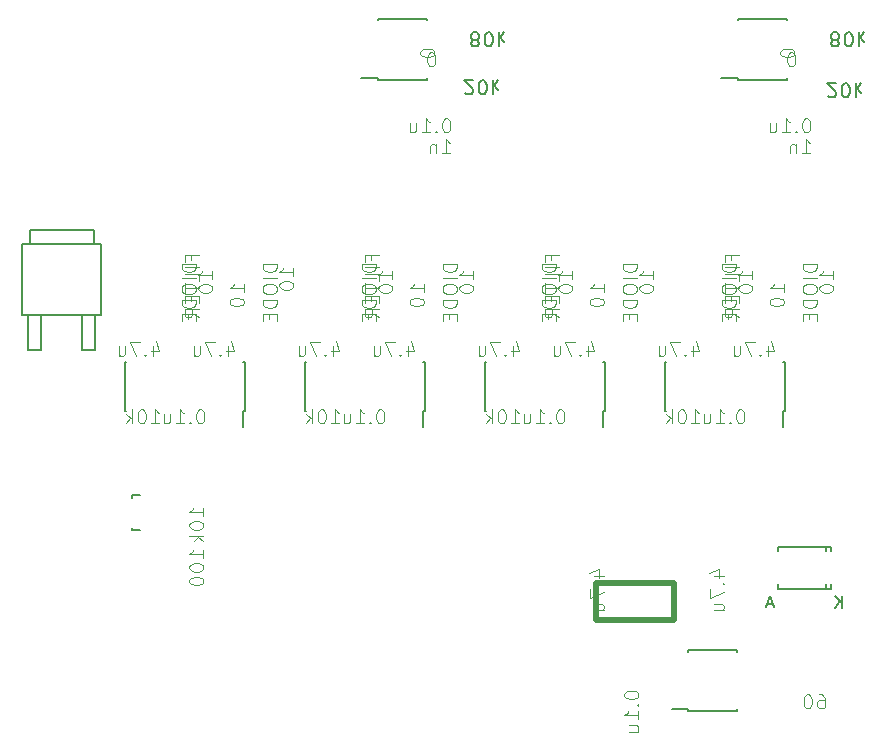
<source format=gbr>
G04 #@! TF.FileFunction,Legend,Bot*
%FSLAX46Y46*%
G04 Gerber Fmt 4.6, Leading zero omitted, Abs format (unit mm)*
G04 Created by KiCad (PCBNEW 4.0.3-stable) date 09/16/16 16:21:31*
%MOMM*%
%LPD*%
G01*
G04 APERTURE LIST*
%ADD10C,0.100000*%
%ADD11C,0.200000*%
%ADD12C,0.150000*%
%ADD13C,0.500000*%
%ADD14C,0.101600*%
G04 APERTURE END LIST*
D10*
D11*
X56766000Y-32292857D02*
X56823143Y-32350000D01*
X56937429Y-32407143D01*
X57223143Y-32407143D01*
X57337429Y-32350000D01*
X57394572Y-32292857D01*
X57451715Y-32178571D01*
X57451715Y-32064286D01*
X57394572Y-31892857D01*
X56708858Y-31207143D01*
X57451715Y-31207143D01*
X58194572Y-32407143D02*
X58308857Y-32407143D01*
X58423143Y-32350000D01*
X58480286Y-32292857D01*
X58537429Y-32178571D01*
X58594572Y-31950000D01*
X58594572Y-31664286D01*
X58537429Y-31435714D01*
X58480286Y-31321429D01*
X58423143Y-31264286D01*
X58308857Y-31207143D01*
X58194572Y-31207143D01*
X58080286Y-31264286D01*
X58023143Y-31321429D01*
X57966000Y-31435714D01*
X57908857Y-31664286D01*
X57908857Y-31950000D01*
X57966000Y-32178571D01*
X58023143Y-32292857D01*
X58080286Y-32350000D01*
X58194572Y-32407143D01*
X59108857Y-31207143D02*
X59108857Y-32407143D01*
X59223143Y-31664286D02*
X59566000Y-31207143D01*
X59566000Y-32007143D02*
X59108857Y-31550000D01*
X57502572Y-27828857D02*
X57388286Y-27886000D01*
X57331143Y-27943143D01*
X57274000Y-28057429D01*
X57274000Y-28114571D01*
X57331143Y-28228857D01*
X57388286Y-28286000D01*
X57502572Y-28343143D01*
X57731143Y-28343143D01*
X57845429Y-28286000D01*
X57902572Y-28228857D01*
X57959715Y-28114571D01*
X57959715Y-28057429D01*
X57902572Y-27943143D01*
X57845429Y-27886000D01*
X57731143Y-27828857D01*
X57502572Y-27828857D01*
X57388286Y-27771714D01*
X57331143Y-27714571D01*
X57274000Y-27600286D01*
X57274000Y-27371714D01*
X57331143Y-27257429D01*
X57388286Y-27200286D01*
X57502572Y-27143143D01*
X57731143Y-27143143D01*
X57845429Y-27200286D01*
X57902572Y-27257429D01*
X57959715Y-27371714D01*
X57959715Y-27600286D01*
X57902572Y-27714571D01*
X57845429Y-27771714D01*
X57731143Y-27828857D01*
X58702572Y-28343143D02*
X58816857Y-28343143D01*
X58931143Y-28286000D01*
X58988286Y-28228857D01*
X59045429Y-28114571D01*
X59102572Y-27886000D01*
X59102572Y-27600286D01*
X59045429Y-27371714D01*
X58988286Y-27257429D01*
X58931143Y-27200286D01*
X58816857Y-27143143D01*
X58702572Y-27143143D01*
X58588286Y-27200286D01*
X58531143Y-27257429D01*
X58474000Y-27371714D01*
X58416857Y-27600286D01*
X58416857Y-27886000D01*
X58474000Y-28114571D01*
X58531143Y-28228857D01*
X58588286Y-28286000D01*
X58702572Y-28343143D01*
X59616857Y-27143143D02*
X59616857Y-28343143D01*
X59731143Y-27600286D02*
X60074000Y-27143143D01*
X60074000Y-27943143D02*
X59616857Y-27486000D01*
X87500000Y-32546857D02*
X87557143Y-32604000D01*
X87671429Y-32661143D01*
X87957143Y-32661143D01*
X88071429Y-32604000D01*
X88128572Y-32546857D01*
X88185715Y-32432571D01*
X88185715Y-32318286D01*
X88128572Y-32146857D01*
X87442858Y-31461143D01*
X88185715Y-31461143D01*
X88928572Y-32661143D02*
X89042857Y-32661143D01*
X89157143Y-32604000D01*
X89214286Y-32546857D01*
X89271429Y-32432571D01*
X89328572Y-32204000D01*
X89328572Y-31918286D01*
X89271429Y-31689714D01*
X89214286Y-31575429D01*
X89157143Y-31518286D01*
X89042857Y-31461143D01*
X88928572Y-31461143D01*
X88814286Y-31518286D01*
X88757143Y-31575429D01*
X88700000Y-31689714D01*
X88642857Y-31918286D01*
X88642857Y-32204000D01*
X88700000Y-32432571D01*
X88757143Y-32546857D01*
X88814286Y-32604000D01*
X88928572Y-32661143D01*
X89842857Y-31461143D02*
X89842857Y-32661143D01*
X89957143Y-31918286D02*
X90300000Y-31461143D01*
X90300000Y-32261143D02*
X89842857Y-31804000D01*
X87982572Y-27828857D02*
X87868286Y-27886000D01*
X87811143Y-27943143D01*
X87754000Y-28057429D01*
X87754000Y-28114571D01*
X87811143Y-28228857D01*
X87868286Y-28286000D01*
X87982572Y-28343143D01*
X88211143Y-28343143D01*
X88325429Y-28286000D01*
X88382572Y-28228857D01*
X88439715Y-28114571D01*
X88439715Y-28057429D01*
X88382572Y-27943143D01*
X88325429Y-27886000D01*
X88211143Y-27828857D01*
X87982572Y-27828857D01*
X87868286Y-27771714D01*
X87811143Y-27714571D01*
X87754000Y-27600286D01*
X87754000Y-27371714D01*
X87811143Y-27257429D01*
X87868286Y-27200286D01*
X87982572Y-27143143D01*
X88211143Y-27143143D01*
X88325429Y-27200286D01*
X88382572Y-27257429D01*
X88439715Y-27371714D01*
X88439715Y-27600286D01*
X88382572Y-27714571D01*
X88325429Y-27771714D01*
X88211143Y-27828857D01*
X89182572Y-28343143D02*
X89296857Y-28343143D01*
X89411143Y-28286000D01*
X89468286Y-28228857D01*
X89525429Y-28114571D01*
X89582572Y-27886000D01*
X89582572Y-27600286D01*
X89525429Y-27371714D01*
X89468286Y-27257429D01*
X89411143Y-27200286D01*
X89296857Y-27143143D01*
X89182572Y-27143143D01*
X89068286Y-27200286D01*
X89011143Y-27257429D01*
X88954000Y-27371714D01*
X88896857Y-27600286D01*
X88896857Y-27886000D01*
X88954000Y-28114571D01*
X89011143Y-28228857D01*
X89068286Y-28286000D01*
X89182572Y-28343143D01*
X90096857Y-27143143D02*
X90096857Y-28343143D01*
X90211143Y-27600286D02*
X90554000Y-27143143D01*
X90554000Y-27943143D02*
X90096857Y-27486000D01*
D12*
X53335000Y-59225000D02*
X53230000Y-59225000D01*
X53335000Y-55075000D02*
X53230000Y-55075000D01*
X43185000Y-55075000D02*
X43290000Y-55075000D01*
X43185000Y-59225000D02*
X43290000Y-59225000D01*
X53335000Y-59225000D02*
X53335000Y-55075000D01*
X43185000Y-59225000D02*
X43185000Y-55075000D01*
X53230000Y-59225000D02*
X53230000Y-60600000D01*
X38095000Y-59225000D02*
X37990000Y-59225000D01*
X38095000Y-55075000D02*
X37990000Y-55075000D01*
X27945000Y-55075000D02*
X28050000Y-55075000D01*
X27945000Y-59225000D02*
X28050000Y-59225000D01*
X38095000Y-59225000D02*
X38095000Y-55075000D01*
X27945000Y-59225000D02*
X27945000Y-55075000D01*
X37990000Y-59225000D02*
X37990000Y-60600000D01*
X83815000Y-59225000D02*
X83710000Y-59225000D01*
X83815000Y-55075000D02*
X83710000Y-55075000D01*
X73665000Y-55075000D02*
X73770000Y-55075000D01*
X73665000Y-59225000D02*
X73770000Y-59225000D01*
X83815000Y-59225000D02*
X83815000Y-55075000D01*
X73665000Y-59225000D02*
X73665000Y-55075000D01*
X83710000Y-59225000D02*
X83710000Y-60600000D01*
X68575000Y-59225000D02*
X68470000Y-59225000D01*
X68575000Y-55075000D02*
X68470000Y-55075000D01*
X58425000Y-55075000D02*
X58530000Y-55075000D01*
X58425000Y-59225000D02*
X58530000Y-59225000D01*
X68575000Y-59225000D02*
X68575000Y-55075000D01*
X58425000Y-59225000D02*
X58425000Y-55075000D01*
X68470000Y-59225000D02*
X68470000Y-60600000D01*
X79840000Y-31150000D02*
X79840000Y-31005000D01*
X83990000Y-31150000D02*
X83990000Y-31005000D01*
X83990000Y-26000000D02*
X83990000Y-26145000D01*
X79840000Y-26000000D02*
X79840000Y-26145000D01*
X79840000Y-31150000D02*
X83990000Y-31150000D01*
X79840000Y-26000000D02*
X83990000Y-26000000D01*
X79840000Y-31005000D02*
X78440000Y-31005000D01*
X75649000Y-84617000D02*
X75649000Y-84472000D01*
X79799000Y-84617000D02*
X79799000Y-84472000D01*
X79799000Y-79467000D02*
X79799000Y-79612000D01*
X75649000Y-79467000D02*
X75649000Y-79612000D01*
X75649000Y-84617000D02*
X79799000Y-84617000D01*
X75649000Y-79467000D02*
X79799000Y-79467000D01*
X75649000Y-84472000D02*
X74249000Y-84472000D01*
D13*
X74420000Y-76890000D02*
X74420000Y-73790000D01*
X67820000Y-76890000D02*
X67820000Y-73790000D01*
X67820000Y-73790000D02*
X74420000Y-73790000D01*
X67820000Y-76890000D02*
X74420000Y-76890000D01*
D12*
X49360000Y-31150000D02*
X49360000Y-31005000D01*
X53510000Y-31150000D02*
X53510000Y-31005000D01*
X53510000Y-26000000D02*
X53510000Y-26145000D01*
X49360000Y-26000000D02*
X49360000Y-26145000D01*
X49360000Y-31150000D02*
X53510000Y-31150000D01*
X49360000Y-26000000D02*
X53510000Y-26000000D01*
X49360000Y-31005000D02*
X47960000Y-31005000D01*
X25311100Y-45097700D02*
X25311100Y-43903900D01*
X25311100Y-43903900D02*
X19900900Y-43903900D01*
X19900900Y-43903900D02*
X19900900Y-45110400D01*
X20878800Y-51104800D02*
X20878800Y-54013100D01*
X19735800Y-54013100D02*
X19735800Y-51104800D01*
X20878800Y-54013100D02*
X19735800Y-54013100D01*
X25476200Y-54013100D02*
X24333200Y-54013100D01*
X24333200Y-54013100D02*
X24333200Y-51104800D01*
X25476200Y-51104800D02*
X25476200Y-54013100D01*
X19253200Y-51104800D02*
X19253200Y-45110400D01*
X19253200Y-45110400D02*
X25958800Y-45110400D01*
X25958800Y-45110400D02*
X25958800Y-51104800D01*
X19253200Y-51104800D02*
X25958800Y-51104800D01*
X87299140Y-74250060D02*
X87299140Y-73899540D01*
X87299140Y-70749940D02*
X87299140Y-71100460D01*
X83249560Y-74250060D02*
X83249560Y-73899540D01*
X87750440Y-74250060D02*
X87750440Y-73899540D01*
X87750440Y-70749940D02*
X87750440Y-71100460D01*
X83249560Y-70749940D02*
X83249560Y-71100460D01*
X87750440Y-74250060D02*
X83249560Y-74250060D01*
X87750440Y-70749940D02*
X83249560Y-70749940D01*
X29260800Y-66318180D02*
X28559760Y-66318180D01*
X28559760Y-66318180D02*
X28559760Y-66567100D01*
X28559760Y-69117160D02*
X28559760Y-69317820D01*
X28559760Y-69317820D02*
X29260800Y-69317820D01*
D14*
X51900667Y-53748214D02*
X51900667Y-54552548D01*
X52187929Y-53288595D02*
X52475190Y-54150381D01*
X51728310Y-54150381D01*
X51268690Y-54437643D02*
X51211238Y-54495095D01*
X51268690Y-54552548D01*
X51326142Y-54495095D01*
X51268690Y-54437643D01*
X51268690Y-54552548D01*
X50809071Y-53346048D02*
X50004738Y-53346048D01*
X50521809Y-54552548D01*
X49028047Y-53748214D02*
X49028047Y-54552548D01*
X49545118Y-53748214D02*
X49545118Y-54380190D01*
X49487666Y-54495095D01*
X49372761Y-54552548D01*
X49200404Y-54552548D01*
X49085499Y-54495095D01*
X49028047Y-54437643D01*
X45550667Y-53748214D02*
X45550667Y-54552548D01*
X45837929Y-53288595D02*
X46125190Y-54150381D01*
X45378310Y-54150381D01*
X44918690Y-54437643D02*
X44861238Y-54495095D01*
X44918690Y-54552548D01*
X44976142Y-54495095D01*
X44918690Y-54437643D01*
X44918690Y-54552548D01*
X44459071Y-53346048D02*
X43654738Y-53346048D01*
X44171809Y-54552548D01*
X42678047Y-53748214D02*
X42678047Y-54552548D01*
X43195118Y-53748214D02*
X43195118Y-54380190D01*
X43137666Y-54495095D01*
X43022761Y-54552548D01*
X42850404Y-54552548D01*
X42735499Y-54495095D01*
X42678047Y-54437643D01*
X36660667Y-53748214D02*
X36660667Y-54552548D01*
X36947929Y-53288595D02*
X37235190Y-54150381D01*
X36488310Y-54150381D01*
X36028690Y-54437643D02*
X35971238Y-54495095D01*
X36028690Y-54552548D01*
X36086142Y-54495095D01*
X36028690Y-54437643D01*
X36028690Y-54552548D01*
X35569071Y-53346048D02*
X34764738Y-53346048D01*
X35281809Y-54552548D01*
X33788047Y-53748214D02*
X33788047Y-54552548D01*
X34305118Y-53748214D02*
X34305118Y-54380190D01*
X34247666Y-54495095D01*
X34132761Y-54552548D01*
X33960404Y-54552548D01*
X33845499Y-54495095D01*
X33788047Y-54437643D01*
X30310667Y-53748214D02*
X30310667Y-54552548D01*
X30597929Y-53288595D02*
X30885190Y-54150381D01*
X30138310Y-54150381D01*
X29678690Y-54437643D02*
X29621238Y-54495095D01*
X29678690Y-54552548D01*
X29736142Y-54495095D01*
X29678690Y-54437643D01*
X29678690Y-54552548D01*
X29219071Y-53346048D02*
X28414738Y-53346048D01*
X28931809Y-54552548D01*
X27438047Y-53748214D02*
X27438047Y-54552548D01*
X27955118Y-53748214D02*
X27955118Y-54380190D01*
X27897666Y-54495095D01*
X27782761Y-54552548D01*
X27610404Y-54552548D01*
X27495499Y-54495095D01*
X27438047Y-54437643D01*
X82380667Y-53748214D02*
X82380667Y-54552548D01*
X82667929Y-53288595D02*
X82955190Y-54150381D01*
X82208310Y-54150381D01*
X81748690Y-54437643D02*
X81691238Y-54495095D01*
X81748690Y-54552548D01*
X81806142Y-54495095D01*
X81748690Y-54437643D01*
X81748690Y-54552548D01*
X81289071Y-53346048D02*
X80484738Y-53346048D01*
X81001809Y-54552548D01*
X79508047Y-53748214D02*
X79508047Y-54552548D01*
X80025118Y-53748214D02*
X80025118Y-54380190D01*
X79967666Y-54495095D01*
X79852761Y-54552548D01*
X79680404Y-54552548D01*
X79565499Y-54495095D01*
X79508047Y-54437643D01*
X76030667Y-53748214D02*
X76030667Y-54552548D01*
X76317929Y-53288595D02*
X76605190Y-54150381D01*
X75858310Y-54150381D01*
X75398690Y-54437643D02*
X75341238Y-54495095D01*
X75398690Y-54552548D01*
X75456142Y-54495095D01*
X75398690Y-54437643D01*
X75398690Y-54552548D01*
X74939071Y-53346048D02*
X74134738Y-53346048D01*
X74651809Y-54552548D01*
X73158047Y-53748214D02*
X73158047Y-54552548D01*
X73675118Y-53748214D02*
X73675118Y-54380190D01*
X73617666Y-54495095D01*
X73502761Y-54552548D01*
X73330404Y-54552548D01*
X73215499Y-54495095D01*
X73158047Y-54437643D01*
X67140667Y-53748214D02*
X67140667Y-54552548D01*
X67427929Y-53288595D02*
X67715190Y-54150381D01*
X66968310Y-54150381D01*
X66508690Y-54437643D02*
X66451238Y-54495095D01*
X66508690Y-54552548D01*
X66566142Y-54495095D01*
X66508690Y-54437643D01*
X66508690Y-54552548D01*
X66049071Y-53346048D02*
X65244738Y-53346048D01*
X65761809Y-54552548D01*
X64268047Y-53748214D02*
X64268047Y-54552548D01*
X64785118Y-53748214D02*
X64785118Y-54380190D01*
X64727666Y-54495095D01*
X64612761Y-54552548D01*
X64440404Y-54552548D01*
X64325499Y-54495095D01*
X64268047Y-54437643D01*
X60790667Y-53748214D02*
X60790667Y-54552548D01*
X61077929Y-53288595D02*
X61365190Y-54150381D01*
X60618310Y-54150381D01*
X60158690Y-54437643D02*
X60101238Y-54495095D01*
X60158690Y-54552548D01*
X60216142Y-54495095D01*
X60158690Y-54437643D01*
X60158690Y-54552548D01*
X59699071Y-53346048D02*
X58894738Y-53346048D01*
X59411809Y-54552548D01*
X57918047Y-53748214D02*
X57918047Y-54552548D01*
X58435118Y-53748214D02*
X58435118Y-54380190D01*
X58377666Y-54495095D01*
X58262761Y-54552548D01*
X58090404Y-54552548D01*
X57975499Y-54495095D01*
X57918047Y-54437643D01*
X56076548Y-46769262D02*
X54870048Y-46769262D01*
X54870048Y-47056524D01*
X54927500Y-47228881D01*
X55042405Y-47343786D01*
X55157310Y-47401238D01*
X55387119Y-47458690D01*
X55559476Y-47458690D01*
X55789286Y-47401238D01*
X55904190Y-47343786D01*
X56019095Y-47228881D01*
X56076548Y-47056524D01*
X56076548Y-46769262D01*
X56076548Y-47975762D02*
X54870048Y-47975762D01*
X54870048Y-48780095D02*
X54870048Y-49009905D01*
X54927500Y-49124810D01*
X55042405Y-49239714D01*
X55272214Y-49297167D01*
X55674381Y-49297167D01*
X55904190Y-49239714D01*
X56019095Y-49124810D01*
X56076548Y-49009905D01*
X56076548Y-48780095D01*
X56019095Y-48665191D01*
X55904190Y-48550286D01*
X55674381Y-48492834D01*
X55272214Y-48492834D01*
X55042405Y-48550286D01*
X54927500Y-48665191D01*
X54870048Y-48780095D01*
X56076548Y-49814238D02*
X54870048Y-49814238D01*
X54870048Y-50101500D01*
X54927500Y-50273857D01*
X55042405Y-50388762D01*
X55157310Y-50446214D01*
X55387119Y-50503666D01*
X55559476Y-50503666D01*
X55789286Y-50446214D01*
X55904190Y-50388762D01*
X56019095Y-50273857D01*
X56076548Y-50101500D01*
X56076548Y-49814238D01*
X55444571Y-51020738D02*
X55444571Y-51422905D01*
X56076548Y-51595262D02*
X56076548Y-51020738D01*
X54870048Y-51020738D01*
X54870048Y-51595262D01*
X40836548Y-46769262D02*
X39630048Y-46769262D01*
X39630048Y-47056524D01*
X39687500Y-47228881D01*
X39802405Y-47343786D01*
X39917310Y-47401238D01*
X40147119Y-47458690D01*
X40319476Y-47458690D01*
X40549286Y-47401238D01*
X40664190Y-47343786D01*
X40779095Y-47228881D01*
X40836548Y-47056524D01*
X40836548Y-46769262D01*
X40836548Y-47975762D02*
X39630048Y-47975762D01*
X39630048Y-48780095D02*
X39630048Y-49009905D01*
X39687500Y-49124810D01*
X39802405Y-49239714D01*
X40032214Y-49297167D01*
X40434381Y-49297167D01*
X40664190Y-49239714D01*
X40779095Y-49124810D01*
X40836548Y-49009905D01*
X40836548Y-48780095D01*
X40779095Y-48665191D01*
X40664190Y-48550286D01*
X40434381Y-48492834D01*
X40032214Y-48492834D01*
X39802405Y-48550286D01*
X39687500Y-48665191D01*
X39630048Y-48780095D01*
X40836548Y-49814238D02*
X39630048Y-49814238D01*
X39630048Y-50101500D01*
X39687500Y-50273857D01*
X39802405Y-50388762D01*
X39917310Y-50446214D01*
X40147119Y-50503666D01*
X40319476Y-50503666D01*
X40549286Y-50446214D01*
X40664190Y-50388762D01*
X40779095Y-50273857D01*
X40836548Y-50101500D01*
X40836548Y-49814238D01*
X40204571Y-51020738D02*
X40204571Y-51422905D01*
X40836548Y-51595262D02*
X40836548Y-51020738D01*
X39630048Y-51020738D01*
X39630048Y-51595262D01*
X86556548Y-46769262D02*
X85350048Y-46769262D01*
X85350048Y-47056524D01*
X85407500Y-47228881D01*
X85522405Y-47343786D01*
X85637310Y-47401238D01*
X85867119Y-47458690D01*
X86039476Y-47458690D01*
X86269286Y-47401238D01*
X86384190Y-47343786D01*
X86499095Y-47228881D01*
X86556548Y-47056524D01*
X86556548Y-46769262D01*
X86556548Y-47975762D02*
X85350048Y-47975762D01*
X85350048Y-48780095D02*
X85350048Y-49009905D01*
X85407500Y-49124810D01*
X85522405Y-49239714D01*
X85752214Y-49297167D01*
X86154381Y-49297167D01*
X86384190Y-49239714D01*
X86499095Y-49124810D01*
X86556548Y-49009905D01*
X86556548Y-48780095D01*
X86499095Y-48665191D01*
X86384190Y-48550286D01*
X86154381Y-48492834D01*
X85752214Y-48492834D01*
X85522405Y-48550286D01*
X85407500Y-48665191D01*
X85350048Y-48780095D01*
X86556548Y-49814238D02*
X85350048Y-49814238D01*
X85350048Y-50101500D01*
X85407500Y-50273857D01*
X85522405Y-50388762D01*
X85637310Y-50446214D01*
X85867119Y-50503666D01*
X86039476Y-50503666D01*
X86269286Y-50446214D01*
X86384190Y-50388762D01*
X86499095Y-50273857D01*
X86556548Y-50101500D01*
X86556548Y-49814238D01*
X85924571Y-51020738D02*
X85924571Y-51422905D01*
X86556548Y-51595262D02*
X86556548Y-51020738D01*
X85350048Y-51020738D01*
X85350048Y-51595262D01*
X71316548Y-46769262D02*
X70110048Y-46769262D01*
X70110048Y-47056524D01*
X70167500Y-47228881D01*
X70282405Y-47343786D01*
X70397310Y-47401238D01*
X70627119Y-47458690D01*
X70799476Y-47458690D01*
X71029286Y-47401238D01*
X71144190Y-47343786D01*
X71259095Y-47228881D01*
X71316548Y-47056524D01*
X71316548Y-46769262D01*
X71316548Y-47975762D02*
X70110048Y-47975762D01*
X70110048Y-48780095D02*
X70110048Y-49009905D01*
X70167500Y-49124810D01*
X70282405Y-49239714D01*
X70512214Y-49297167D01*
X70914381Y-49297167D01*
X71144190Y-49239714D01*
X71259095Y-49124810D01*
X71316548Y-49009905D01*
X71316548Y-48780095D01*
X71259095Y-48665191D01*
X71144190Y-48550286D01*
X70914381Y-48492834D01*
X70512214Y-48492834D01*
X70282405Y-48550286D01*
X70167500Y-48665191D01*
X70110048Y-48780095D01*
X71316548Y-49814238D02*
X70110048Y-49814238D01*
X70110048Y-50101500D01*
X70167500Y-50273857D01*
X70282405Y-50388762D01*
X70397310Y-50446214D01*
X70627119Y-50503666D01*
X70799476Y-50503666D01*
X71029286Y-50446214D01*
X71144190Y-50388762D01*
X71259095Y-50273857D01*
X71316548Y-50101500D01*
X71316548Y-49814238D01*
X70684571Y-51020738D02*
X70684571Y-51422905D01*
X71316548Y-51595262D02*
X71316548Y-51020738D01*
X70110048Y-51020738D01*
X70110048Y-51595262D01*
X49647929Y-59061048D02*
X49533024Y-59061048D01*
X49418119Y-59118500D01*
X49360667Y-59175952D01*
X49303214Y-59290857D01*
X49245762Y-59520667D01*
X49245762Y-59807929D01*
X49303214Y-60037738D01*
X49360667Y-60152643D01*
X49418119Y-60210095D01*
X49533024Y-60267548D01*
X49647929Y-60267548D01*
X49762833Y-60210095D01*
X49820286Y-60152643D01*
X49877738Y-60037738D01*
X49935190Y-59807929D01*
X49935190Y-59520667D01*
X49877738Y-59290857D01*
X49820286Y-59175952D01*
X49762833Y-59118500D01*
X49647929Y-59061048D01*
X48728690Y-60152643D02*
X48671238Y-60210095D01*
X48728690Y-60267548D01*
X48786142Y-60210095D01*
X48728690Y-60152643D01*
X48728690Y-60267548D01*
X47522190Y-60267548D02*
X48211618Y-60267548D01*
X47866904Y-60267548D02*
X47866904Y-59061048D01*
X47981809Y-59233405D01*
X48096714Y-59348310D01*
X48211618Y-59405762D01*
X46488047Y-59463214D02*
X46488047Y-60267548D01*
X47005118Y-59463214D02*
X47005118Y-60095190D01*
X46947666Y-60210095D01*
X46832761Y-60267548D01*
X46660404Y-60267548D01*
X46545499Y-60210095D01*
X46488047Y-60152643D01*
X34407929Y-59061048D02*
X34293024Y-59061048D01*
X34178119Y-59118500D01*
X34120667Y-59175952D01*
X34063214Y-59290857D01*
X34005762Y-59520667D01*
X34005762Y-59807929D01*
X34063214Y-60037738D01*
X34120667Y-60152643D01*
X34178119Y-60210095D01*
X34293024Y-60267548D01*
X34407929Y-60267548D01*
X34522833Y-60210095D01*
X34580286Y-60152643D01*
X34637738Y-60037738D01*
X34695190Y-59807929D01*
X34695190Y-59520667D01*
X34637738Y-59290857D01*
X34580286Y-59175952D01*
X34522833Y-59118500D01*
X34407929Y-59061048D01*
X33488690Y-60152643D02*
X33431238Y-60210095D01*
X33488690Y-60267548D01*
X33546142Y-60210095D01*
X33488690Y-60152643D01*
X33488690Y-60267548D01*
X32282190Y-60267548D02*
X32971618Y-60267548D01*
X32626904Y-60267548D02*
X32626904Y-59061048D01*
X32741809Y-59233405D01*
X32856714Y-59348310D01*
X32971618Y-59405762D01*
X31248047Y-59463214D02*
X31248047Y-60267548D01*
X31765118Y-59463214D02*
X31765118Y-60095190D01*
X31707666Y-60210095D01*
X31592761Y-60267548D01*
X31420404Y-60267548D01*
X31305499Y-60210095D01*
X31248047Y-60152643D01*
X80127929Y-59061048D02*
X80013024Y-59061048D01*
X79898119Y-59118500D01*
X79840667Y-59175952D01*
X79783214Y-59290857D01*
X79725762Y-59520667D01*
X79725762Y-59807929D01*
X79783214Y-60037738D01*
X79840667Y-60152643D01*
X79898119Y-60210095D01*
X80013024Y-60267548D01*
X80127929Y-60267548D01*
X80242833Y-60210095D01*
X80300286Y-60152643D01*
X80357738Y-60037738D01*
X80415190Y-59807929D01*
X80415190Y-59520667D01*
X80357738Y-59290857D01*
X80300286Y-59175952D01*
X80242833Y-59118500D01*
X80127929Y-59061048D01*
X79208690Y-60152643D02*
X79151238Y-60210095D01*
X79208690Y-60267548D01*
X79266142Y-60210095D01*
X79208690Y-60152643D01*
X79208690Y-60267548D01*
X78002190Y-60267548D02*
X78691618Y-60267548D01*
X78346904Y-60267548D02*
X78346904Y-59061048D01*
X78461809Y-59233405D01*
X78576714Y-59348310D01*
X78691618Y-59405762D01*
X76968047Y-59463214D02*
X76968047Y-60267548D01*
X77485118Y-59463214D02*
X77485118Y-60095190D01*
X77427666Y-60210095D01*
X77312761Y-60267548D01*
X77140404Y-60267548D01*
X77025499Y-60210095D01*
X76968047Y-60152643D01*
X64887929Y-59061048D02*
X64773024Y-59061048D01*
X64658119Y-59118500D01*
X64600667Y-59175952D01*
X64543214Y-59290857D01*
X64485762Y-59520667D01*
X64485762Y-59807929D01*
X64543214Y-60037738D01*
X64600667Y-60152643D01*
X64658119Y-60210095D01*
X64773024Y-60267548D01*
X64887929Y-60267548D01*
X65002833Y-60210095D01*
X65060286Y-60152643D01*
X65117738Y-60037738D01*
X65175190Y-59807929D01*
X65175190Y-59520667D01*
X65117738Y-59290857D01*
X65060286Y-59175952D01*
X65002833Y-59118500D01*
X64887929Y-59061048D01*
X63968690Y-60152643D02*
X63911238Y-60210095D01*
X63968690Y-60267548D01*
X64026142Y-60210095D01*
X63968690Y-60152643D01*
X63968690Y-60267548D01*
X62762190Y-60267548D02*
X63451618Y-60267548D01*
X63106904Y-60267548D02*
X63106904Y-59061048D01*
X63221809Y-59233405D01*
X63336714Y-59348310D01*
X63451618Y-59405762D01*
X61728047Y-59463214D02*
X61728047Y-60267548D01*
X62245118Y-59463214D02*
X62245118Y-60095190D01*
X62187666Y-60210095D01*
X62072761Y-60267548D01*
X61900404Y-60267548D01*
X61785499Y-60210095D01*
X61728047Y-60152643D01*
X45435762Y-60267548D02*
X46125190Y-60267548D01*
X45780476Y-60267548D02*
X45780476Y-59061048D01*
X45895381Y-59233405D01*
X46010286Y-59348310D01*
X46125190Y-59405762D01*
X44688881Y-59061048D02*
X44573976Y-59061048D01*
X44459071Y-59118500D01*
X44401619Y-59175952D01*
X44344166Y-59290857D01*
X44286714Y-59520667D01*
X44286714Y-59807929D01*
X44344166Y-60037738D01*
X44401619Y-60152643D01*
X44459071Y-60210095D01*
X44573976Y-60267548D01*
X44688881Y-60267548D01*
X44803785Y-60210095D01*
X44861238Y-60152643D01*
X44918690Y-60037738D01*
X44976142Y-59807929D01*
X44976142Y-59520667D01*
X44918690Y-59290857D01*
X44861238Y-59175952D01*
X44803785Y-59118500D01*
X44688881Y-59061048D01*
X43769642Y-60267548D02*
X43769642Y-59061048D01*
X43654737Y-59807929D02*
X43310023Y-60267548D01*
X43310023Y-59463214D02*
X43769642Y-59922833D01*
X30195762Y-60267548D02*
X30885190Y-60267548D01*
X30540476Y-60267548D02*
X30540476Y-59061048D01*
X30655381Y-59233405D01*
X30770286Y-59348310D01*
X30885190Y-59405762D01*
X29448881Y-59061048D02*
X29333976Y-59061048D01*
X29219071Y-59118500D01*
X29161619Y-59175952D01*
X29104166Y-59290857D01*
X29046714Y-59520667D01*
X29046714Y-59807929D01*
X29104166Y-60037738D01*
X29161619Y-60152643D01*
X29219071Y-60210095D01*
X29333976Y-60267548D01*
X29448881Y-60267548D01*
X29563785Y-60210095D01*
X29621238Y-60152643D01*
X29678690Y-60037738D01*
X29736142Y-59807929D01*
X29736142Y-59520667D01*
X29678690Y-59290857D01*
X29621238Y-59175952D01*
X29563785Y-59118500D01*
X29448881Y-59061048D01*
X28529642Y-60267548D02*
X28529642Y-59061048D01*
X28414737Y-59807929D02*
X28070023Y-60267548D01*
X28070023Y-59463214D02*
X28529642Y-59922833D01*
X53282548Y-49179238D02*
X53282548Y-48489810D01*
X53282548Y-48834524D02*
X52076048Y-48834524D01*
X52248405Y-48719619D01*
X52363310Y-48604714D01*
X52420762Y-48489810D01*
X52076048Y-49926119D02*
X52076048Y-50041024D01*
X52133500Y-50155929D01*
X52190952Y-50213381D01*
X52305857Y-50270834D01*
X52535667Y-50328286D01*
X52822929Y-50328286D01*
X53052738Y-50270834D01*
X53167643Y-50213381D01*
X53225095Y-50155929D01*
X53282548Y-50041024D01*
X53282548Y-49926119D01*
X53225095Y-49811215D01*
X53167643Y-49753762D01*
X53052738Y-49696310D01*
X52822929Y-49638858D01*
X52535667Y-49638858D01*
X52305857Y-49696310D01*
X52190952Y-49753762D01*
X52133500Y-49811215D01*
X52076048Y-49926119D01*
X38042548Y-49179238D02*
X38042548Y-48489810D01*
X38042548Y-48834524D02*
X36836048Y-48834524D01*
X37008405Y-48719619D01*
X37123310Y-48604714D01*
X37180762Y-48489810D01*
X36836048Y-49926119D02*
X36836048Y-50041024D01*
X36893500Y-50155929D01*
X36950952Y-50213381D01*
X37065857Y-50270834D01*
X37295667Y-50328286D01*
X37582929Y-50328286D01*
X37812738Y-50270834D01*
X37927643Y-50213381D01*
X37985095Y-50155929D01*
X38042548Y-50041024D01*
X38042548Y-49926119D01*
X37985095Y-49811215D01*
X37927643Y-49753762D01*
X37812738Y-49696310D01*
X37582929Y-49638858D01*
X37295667Y-49638858D01*
X37065857Y-49696310D01*
X36950952Y-49753762D01*
X36893500Y-49811215D01*
X36836048Y-49926119D01*
X75915762Y-60267548D02*
X76605190Y-60267548D01*
X76260476Y-60267548D02*
X76260476Y-59061048D01*
X76375381Y-59233405D01*
X76490286Y-59348310D01*
X76605190Y-59405762D01*
X75168881Y-59061048D02*
X75053976Y-59061048D01*
X74939071Y-59118500D01*
X74881619Y-59175952D01*
X74824166Y-59290857D01*
X74766714Y-59520667D01*
X74766714Y-59807929D01*
X74824166Y-60037738D01*
X74881619Y-60152643D01*
X74939071Y-60210095D01*
X75053976Y-60267548D01*
X75168881Y-60267548D01*
X75283785Y-60210095D01*
X75341238Y-60152643D01*
X75398690Y-60037738D01*
X75456142Y-59807929D01*
X75456142Y-59520667D01*
X75398690Y-59290857D01*
X75341238Y-59175952D01*
X75283785Y-59118500D01*
X75168881Y-59061048D01*
X74249642Y-60267548D02*
X74249642Y-59061048D01*
X74134737Y-59807929D02*
X73790023Y-60267548D01*
X73790023Y-59463214D02*
X74249642Y-59922833D01*
X60675762Y-60267548D02*
X61365190Y-60267548D01*
X61020476Y-60267548D02*
X61020476Y-59061048D01*
X61135381Y-59233405D01*
X61250286Y-59348310D01*
X61365190Y-59405762D01*
X59928881Y-59061048D02*
X59813976Y-59061048D01*
X59699071Y-59118500D01*
X59641619Y-59175952D01*
X59584166Y-59290857D01*
X59526714Y-59520667D01*
X59526714Y-59807929D01*
X59584166Y-60037738D01*
X59641619Y-60152643D01*
X59699071Y-60210095D01*
X59813976Y-60267548D01*
X59928881Y-60267548D01*
X60043785Y-60210095D01*
X60101238Y-60152643D01*
X60158690Y-60037738D01*
X60216142Y-59807929D01*
X60216142Y-59520667D01*
X60158690Y-59290857D01*
X60101238Y-59175952D01*
X60043785Y-59118500D01*
X59928881Y-59061048D01*
X59009642Y-60267548D02*
X59009642Y-59061048D01*
X58894737Y-59807929D02*
X58550023Y-60267548D01*
X58550023Y-59463214D02*
X59009642Y-59922833D01*
X83762548Y-49179238D02*
X83762548Y-48489810D01*
X83762548Y-48834524D02*
X82556048Y-48834524D01*
X82728405Y-48719619D01*
X82843310Y-48604714D01*
X82900762Y-48489810D01*
X82556048Y-49926119D02*
X82556048Y-50041024D01*
X82613500Y-50155929D01*
X82670952Y-50213381D01*
X82785857Y-50270834D01*
X83015667Y-50328286D01*
X83302929Y-50328286D01*
X83532738Y-50270834D01*
X83647643Y-50213381D01*
X83705095Y-50155929D01*
X83762548Y-50041024D01*
X83762548Y-49926119D01*
X83705095Y-49811215D01*
X83647643Y-49753762D01*
X83532738Y-49696310D01*
X83302929Y-49638858D01*
X83015667Y-49638858D01*
X82785857Y-49696310D01*
X82670952Y-49753762D01*
X82613500Y-49811215D01*
X82556048Y-49926119D01*
X68522548Y-49179238D02*
X68522548Y-48489810D01*
X68522548Y-48834524D02*
X67316048Y-48834524D01*
X67488405Y-48719619D01*
X67603310Y-48604714D01*
X67660762Y-48489810D01*
X67316048Y-49926119D02*
X67316048Y-50041024D01*
X67373500Y-50155929D01*
X67430952Y-50213381D01*
X67545857Y-50270834D01*
X67775667Y-50328286D01*
X68062929Y-50328286D01*
X68292738Y-50270834D01*
X68407643Y-50213381D01*
X68465095Y-50155929D01*
X68522548Y-50041024D01*
X68522548Y-49926119D01*
X68465095Y-49811215D01*
X68407643Y-49753762D01*
X68292738Y-49696310D01*
X68062929Y-49638858D01*
X67775667Y-49638858D01*
X67545857Y-49696310D01*
X67430952Y-49753762D01*
X67373500Y-49811215D01*
X67316048Y-49926119D01*
X86698667Y-83191048D02*
X86928476Y-83191048D01*
X87043381Y-83248500D01*
X87100833Y-83305952D01*
X87215738Y-83478310D01*
X87273190Y-83708119D01*
X87273190Y-84167738D01*
X87215738Y-84282643D01*
X87158286Y-84340095D01*
X87043381Y-84397548D01*
X86813571Y-84397548D01*
X86698667Y-84340095D01*
X86641214Y-84282643D01*
X86583762Y-84167738D01*
X86583762Y-83880476D01*
X86641214Y-83765571D01*
X86698667Y-83708119D01*
X86813571Y-83650667D01*
X87043381Y-83650667D01*
X87158286Y-83708119D01*
X87215738Y-83765571D01*
X87273190Y-83880476D01*
X85836881Y-83191048D02*
X85721976Y-83191048D01*
X85607071Y-83248500D01*
X85549619Y-83305952D01*
X85492166Y-83420857D01*
X85434714Y-83650667D01*
X85434714Y-83937929D01*
X85492166Y-84167738D01*
X85549619Y-84282643D01*
X85607071Y-84340095D01*
X85721976Y-84397548D01*
X85836881Y-84397548D01*
X85951785Y-84340095D01*
X86009238Y-84282643D01*
X86066690Y-84167738D01*
X86124142Y-83937929D01*
X86124142Y-83650667D01*
X86066690Y-83420857D01*
X86009238Y-83305952D01*
X85951785Y-83248500D01*
X85836881Y-83191048D01*
X48840571Y-46409429D02*
X48840571Y-46007262D01*
X49472548Y-46007262D02*
X48266048Y-46007262D01*
X48266048Y-46581786D01*
X49472548Y-47041405D02*
X48266048Y-47041405D01*
X49472548Y-48190453D02*
X49472548Y-47615929D01*
X48266048Y-47615929D01*
X48266048Y-48420262D02*
X48266048Y-49109690D01*
X49472548Y-48764976D02*
X48266048Y-48764976D01*
X48840571Y-49511857D02*
X48840571Y-49914024D01*
X49472548Y-50086381D02*
X49472548Y-49511857D01*
X48266048Y-49511857D01*
X48266048Y-50086381D01*
X49472548Y-51292880D02*
X48898024Y-50890714D01*
X49472548Y-50603452D02*
X48266048Y-50603452D01*
X48266048Y-51063071D01*
X48323500Y-51177976D01*
X48380952Y-51235428D01*
X48495857Y-51292880D01*
X48668214Y-51292880D01*
X48783119Y-51235428D01*
X48840571Y-51177976D01*
X48898024Y-51063071D01*
X48898024Y-50603452D01*
X33600571Y-46409429D02*
X33600571Y-46007262D01*
X34232548Y-46007262D02*
X33026048Y-46007262D01*
X33026048Y-46581786D01*
X34232548Y-47041405D02*
X33026048Y-47041405D01*
X34232548Y-48190453D02*
X34232548Y-47615929D01*
X33026048Y-47615929D01*
X33026048Y-48420262D02*
X33026048Y-49109690D01*
X34232548Y-48764976D02*
X33026048Y-48764976D01*
X33600571Y-49511857D02*
X33600571Y-49914024D01*
X34232548Y-50086381D02*
X34232548Y-49511857D01*
X33026048Y-49511857D01*
X33026048Y-50086381D01*
X34232548Y-51292880D02*
X33658024Y-50890714D01*
X34232548Y-50603452D02*
X33026048Y-50603452D01*
X33026048Y-51063071D01*
X33083500Y-51177976D01*
X33140952Y-51235428D01*
X33255857Y-51292880D01*
X33428214Y-51292880D01*
X33543119Y-51235428D01*
X33600571Y-51177976D01*
X33658024Y-51063071D01*
X33658024Y-50603452D01*
X79320571Y-46409429D02*
X79320571Y-46007262D01*
X79952548Y-46007262D02*
X78746048Y-46007262D01*
X78746048Y-46581786D01*
X79952548Y-47041405D02*
X78746048Y-47041405D01*
X79952548Y-48190453D02*
X79952548Y-47615929D01*
X78746048Y-47615929D01*
X78746048Y-48420262D02*
X78746048Y-49109690D01*
X79952548Y-48764976D02*
X78746048Y-48764976D01*
X79320571Y-49511857D02*
X79320571Y-49914024D01*
X79952548Y-50086381D02*
X79952548Y-49511857D01*
X78746048Y-49511857D01*
X78746048Y-50086381D01*
X79952548Y-51292880D02*
X79378024Y-50890714D01*
X79952548Y-50603452D02*
X78746048Y-50603452D01*
X78746048Y-51063071D01*
X78803500Y-51177976D01*
X78860952Y-51235428D01*
X78975857Y-51292880D01*
X79148214Y-51292880D01*
X79263119Y-51235428D01*
X79320571Y-51177976D01*
X79378024Y-51063071D01*
X79378024Y-50603452D01*
X64080571Y-46409429D02*
X64080571Y-46007262D01*
X64712548Y-46007262D02*
X63506048Y-46007262D01*
X63506048Y-46581786D01*
X64712548Y-47041405D02*
X63506048Y-47041405D01*
X64712548Y-48190453D02*
X64712548Y-47615929D01*
X63506048Y-47615929D01*
X63506048Y-48420262D02*
X63506048Y-49109690D01*
X64712548Y-48764976D02*
X63506048Y-48764976D01*
X64080571Y-49511857D02*
X64080571Y-49914024D01*
X64712548Y-50086381D02*
X64712548Y-49511857D01*
X63506048Y-49511857D01*
X63506048Y-50086381D01*
X64712548Y-51292880D02*
X64138024Y-50890714D01*
X64712548Y-50603452D02*
X63506048Y-50603452D01*
X63506048Y-51063071D01*
X63563500Y-51177976D01*
X63620952Y-51235428D01*
X63735857Y-51292880D01*
X63908214Y-51292880D01*
X64023119Y-51235428D01*
X64080571Y-51177976D01*
X64138024Y-51063071D01*
X64138024Y-50603452D01*
X55235929Y-34423048D02*
X55121024Y-34423048D01*
X55006119Y-34480500D01*
X54948667Y-34537952D01*
X54891214Y-34652857D01*
X54833762Y-34882667D01*
X54833762Y-35169929D01*
X54891214Y-35399738D01*
X54948667Y-35514643D01*
X55006119Y-35572095D01*
X55121024Y-35629548D01*
X55235929Y-35629548D01*
X55350833Y-35572095D01*
X55408286Y-35514643D01*
X55465738Y-35399738D01*
X55523190Y-35169929D01*
X55523190Y-34882667D01*
X55465738Y-34652857D01*
X55408286Y-34537952D01*
X55350833Y-34480500D01*
X55235929Y-34423048D01*
X54316690Y-35514643D02*
X54259238Y-35572095D01*
X54316690Y-35629548D01*
X54374142Y-35572095D01*
X54316690Y-35514643D01*
X54316690Y-35629548D01*
X53110190Y-35629548D02*
X53799618Y-35629548D01*
X53454904Y-35629548D02*
X53454904Y-34423048D01*
X53569809Y-34595405D01*
X53684714Y-34710310D01*
X53799618Y-34767762D01*
X52076047Y-34825214D02*
X52076047Y-35629548D01*
X52593118Y-34825214D02*
X52593118Y-35457190D01*
X52535666Y-35572095D01*
X52420761Y-35629548D01*
X52248404Y-35629548D01*
X52133499Y-35572095D01*
X52076047Y-35514643D01*
X85715929Y-34423048D02*
X85601024Y-34423048D01*
X85486119Y-34480500D01*
X85428667Y-34537952D01*
X85371214Y-34652857D01*
X85313762Y-34882667D01*
X85313762Y-35169929D01*
X85371214Y-35399738D01*
X85428667Y-35514643D01*
X85486119Y-35572095D01*
X85601024Y-35629548D01*
X85715929Y-35629548D01*
X85830833Y-35572095D01*
X85888286Y-35514643D01*
X85945738Y-35399738D01*
X86003190Y-35169929D01*
X86003190Y-34882667D01*
X85945738Y-34652857D01*
X85888286Y-34537952D01*
X85830833Y-34480500D01*
X85715929Y-34423048D01*
X84796690Y-35514643D02*
X84739238Y-35572095D01*
X84796690Y-35629548D01*
X84854142Y-35572095D01*
X84796690Y-35514643D01*
X84796690Y-35629548D01*
X83590190Y-35629548D02*
X84279618Y-35629548D01*
X83934904Y-35629548D02*
X83934904Y-34423048D01*
X84049809Y-34595405D01*
X84164714Y-34710310D01*
X84279618Y-34767762D01*
X82556047Y-34825214D02*
X82556047Y-35629548D01*
X83073118Y-34825214D02*
X83073118Y-35457190D01*
X83015666Y-35572095D01*
X82900761Y-35629548D01*
X82728404Y-35629548D01*
X82613499Y-35572095D01*
X82556047Y-35514643D01*
X49218548Y-46769262D02*
X48012048Y-46769262D01*
X48012048Y-47056524D01*
X48069500Y-47228881D01*
X48184405Y-47343786D01*
X48299310Y-47401238D01*
X48529119Y-47458690D01*
X48701476Y-47458690D01*
X48931286Y-47401238D01*
X49046190Y-47343786D01*
X49161095Y-47228881D01*
X49218548Y-47056524D01*
X49218548Y-46769262D01*
X49218548Y-47975762D02*
X48012048Y-47975762D01*
X48012048Y-48780095D02*
X48012048Y-49009905D01*
X48069500Y-49124810D01*
X48184405Y-49239714D01*
X48414214Y-49297167D01*
X48816381Y-49297167D01*
X49046190Y-49239714D01*
X49161095Y-49124810D01*
X49218548Y-49009905D01*
X49218548Y-48780095D01*
X49161095Y-48665191D01*
X49046190Y-48550286D01*
X48816381Y-48492834D01*
X48414214Y-48492834D01*
X48184405Y-48550286D01*
X48069500Y-48665191D01*
X48012048Y-48780095D01*
X49218548Y-49814238D02*
X48012048Y-49814238D01*
X48012048Y-50101500D01*
X48069500Y-50273857D01*
X48184405Y-50388762D01*
X48299310Y-50446214D01*
X48529119Y-50503666D01*
X48701476Y-50503666D01*
X48931286Y-50446214D01*
X49046190Y-50388762D01*
X49161095Y-50273857D01*
X49218548Y-50101500D01*
X49218548Y-49814238D01*
X48586571Y-51020738D02*
X48586571Y-51422905D01*
X49218548Y-51595262D02*
X49218548Y-51020738D01*
X48012048Y-51020738D01*
X48012048Y-51595262D01*
X33978548Y-46769262D02*
X32772048Y-46769262D01*
X32772048Y-47056524D01*
X32829500Y-47228881D01*
X32944405Y-47343786D01*
X33059310Y-47401238D01*
X33289119Y-47458690D01*
X33461476Y-47458690D01*
X33691286Y-47401238D01*
X33806190Y-47343786D01*
X33921095Y-47228881D01*
X33978548Y-47056524D01*
X33978548Y-46769262D01*
X33978548Y-47975762D02*
X32772048Y-47975762D01*
X32772048Y-48780095D02*
X32772048Y-49009905D01*
X32829500Y-49124810D01*
X32944405Y-49239714D01*
X33174214Y-49297167D01*
X33576381Y-49297167D01*
X33806190Y-49239714D01*
X33921095Y-49124810D01*
X33978548Y-49009905D01*
X33978548Y-48780095D01*
X33921095Y-48665191D01*
X33806190Y-48550286D01*
X33576381Y-48492834D01*
X33174214Y-48492834D01*
X32944405Y-48550286D01*
X32829500Y-48665191D01*
X32772048Y-48780095D01*
X33978548Y-49814238D02*
X32772048Y-49814238D01*
X32772048Y-50101500D01*
X32829500Y-50273857D01*
X32944405Y-50388762D01*
X33059310Y-50446214D01*
X33289119Y-50503666D01*
X33461476Y-50503666D01*
X33691286Y-50446214D01*
X33806190Y-50388762D01*
X33921095Y-50273857D01*
X33978548Y-50101500D01*
X33978548Y-49814238D01*
X33346571Y-51020738D02*
X33346571Y-51422905D01*
X33978548Y-51595262D02*
X33978548Y-51020738D01*
X32772048Y-51020738D01*
X32772048Y-51595262D01*
X79698548Y-46769262D02*
X78492048Y-46769262D01*
X78492048Y-47056524D01*
X78549500Y-47228881D01*
X78664405Y-47343786D01*
X78779310Y-47401238D01*
X79009119Y-47458690D01*
X79181476Y-47458690D01*
X79411286Y-47401238D01*
X79526190Y-47343786D01*
X79641095Y-47228881D01*
X79698548Y-47056524D01*
X79698548Y-46769262D01*
X79698548Y-47975762D02*
X78492048Y-47975762D01*
X78492048Y-48780095D02*
X78492048Y-49009905D01*
X78549500Y-49124810D01*
X78664405Y-49239714D01*
X78894214Y-49297167D01*
X79296381Y-49297167D01*
X79526190Y-49239714D01*
X79641095Y-49124810D01*
X79698548Y-49009905D01*
X79698548Y-48780095D01*
X79641095Y-48665191D01*
X79526190Y-48550286D01*
X79296381Y-48492834D01*
X78894214Y-48492834D01*
X78664405Y-48550286D01*
X78549500Y-48665191D01*
X78492048Y-48780095D01*
X79698548Y-49814238D02*
X78492048Y-49814238D01*
X78492048Y-50101500D01*
X78549500Y-50273857D01*
X78664405Y-50388762D01*
X78779310Y-50446214D01*
X79009119Y-50503666D01*
X79181476Y-50503666D01*
X79411286Y-50446214D01*
X79526190Y-50388762D01*
X79641095Y-50273857D01*
X79698548Y-50101500D01*
X79698548Y-49814238D01*
X79066571Y-51020738D02*
X79066571Y-51422905D01*
X79698548Y-51595262D02*
X79698548Y-51020738D01*
X78492048Y-51020738D01*
X78492048Y-51595262D01*
X64458548Y-46769262D02*
X63252048Y-46769262D01*
X63252048Y-47056524D01*
X63309500Y-47228881D01*
X63424405Y-47343786D01*
X63539310Y-47401238D01*
X63769119Y-47458690D01*
X63941476Y-47458690D01*
X64171286Y-47401238D01*
X64286190Y-47343786D01*
X64401095Y-47228881D01*
X64458548Y-47056524D01*
X64458548Y-46769262D01*
X64458548Y-47975762D02*
X63252048Y-47975762D01*
X63252048Y-48780095D02*
X63252048Y-49009905D01*
X63309500Y-49124810D01*
X63424405Y-49239714D01*
X63654214Y-49297167D01*
X64056381Y-49297167D01*
X64286190Y-49239714D01*
X64401095Y-49124810D01*
X64458548Y-49009905D01*
X64458548Y-48780095D01*
X64401095Y-48665191D01*
X64286190Y-48550286D01*
X64056381Y-48492834D01*
X63654214Y-48492834D01*
X63424405Y-48550286D01*
X63309500Y-48665191D01*
X63252048Y-48780095D01*
X64458548Y-49814238D02*
X63252048Y-49814238D01*
X63252048Y-50101500D01*
X63309500Y-50273857D01*
X63424405Y-50388762D01*
X63539310Y-50446214D01*
X63769119Y-50503666D01*
X63941476Y-50503666D01*
X64171286Y-50446214D01*
X64286190Y-50388762D01*
X64401095Y-50273857D01*
X64458548Y-50101500D01*
X64458548Y-49814238D01*
X63826571Y-51020738D02*
X63826571Y-51422905D01*
X64458548Y-51595262D02*
X64458548Y-51020738D01*
X63252048Y-51020738D01*
X63252048Y-51595262D01*
X57473548Y-48036238D02*
X57473548Y-47346810D01*
X57473548Y-47691524D02*
X56267048Y-47691524D01*
X56439405Y-47576619D01*
X56554310Y-47461714D01*
X56611762Y-47346810D01*
X56267048Y-48783119D02*
X56267048Y-48898024D01*
X56324500Y-49012929D01*
X56381952Y-49070381D01*
X56496857Y-49127834D01*
X56726667Y-49185286D01*
X57013929Y-49185286D01*
X57243738Y-49127834D01*
X57358643Y-49070381D01*
X57416095Y-49012929D01*
X57473548Y-48898024D01*
X57473548Y-48783119D01*
X57416095Y-48668215D01*
X57358643Y-48610762D01*
X57243738Y-48553310D01*
X57013929Y-48495858D01*
X56726667Y-48495858D01*
X56496857Y-48553310D01*
X56381952Y-48610762D01*
X56324500Y-48668215D01*
X56267048Y-48783119D01*
X42233548Y-47782238D02*
X42233548Y-47092810D01*
X42233548Y-47437524D02*
X41027048Y-47437524D01*
X41199405Y-47322619D01*
X41314310Y-47207714D01*
X41371762Y-47092810D01*
X41027048Y-48529119D02*
X41027048Y-48644024D01*
X41084500Y-48758929D01*
X41141952Y-48816381D01*
X41256857Y-48873834D01*
X41486667Y-48931286D01*
X41773929Y-48931286D01*
X42003738Y-48873834D01*
X42118643Y-48816381D01*
X42176095Y-48758929D01*
X42233548Y-48644024D01*
X42233548Y-48529119D01*
X42176095Y-48414215D01*
X42118643Y-48356762D01*
X42003738Y-48299310D01*
X41773929Y-48241858D01*
X41486667Y-48241858D01*
X41256857Y-48299310D01*
X41141952Y-48356762D01*
X41084500Y-48414215D01*
X41027048Y-48529119D01*
X50615548Y-48036238D02*
X50615548Y-47346810D01*
X50615548Y-47691524D02*
X49409048Y-47691524D01*
X49581405Y-47576619D01*
X49696310Y-47461714D01*
X49753762Y-47346810D01*
X49409048Y-48783119D02*
X49409048Y-48898024D01*
X49466500Y-49012929D01*
X49523952Y-49070381D01*
X49638857Y-49127834D01*
X49868667Y-49185286D01*
X50155929Y-49185286D01*
X50385738Y-49127834D01*
X50500643Y-49070381D01*
X50558095Y-49012929D01*
X50615548Y-48898024D01*
X50615548Y-48783119D01*
X50558095Y-48668215D01*
X50500643Y-48610762D01*
X50385738Y-48553310D01*
X50155929Y-48495858D01*
X49868667Y-48495858D01*
X49638857Y-48553310D01*
X49523952Y-48610762D01*
X49466500Y-48668215D01*
X49409048Y-48783119D01*
X87953548Y-48036238D02*
X87953548Y-47346810D01*
X87953548Y-47691524D02*
X86747048Y-47691524D01*
X86919405Y-47576619D01*
X87034310Y-47461714D01*
X87091762Y-47346810D01*
X86747048Y-48783119D02*
X86747048Y-48898024D01*
X86804500Y-49012929D01*
X86861952Y-49070381D01*
X86976857Y-49127834D01*
X87206667Y-49185286D01*
X87493929Y-49185286D01*
X87723738Y-49127834D01*
X87838643Y-49070381D01*
X87896095Y-49012929D01*
X87953548Y-48898024D01*
X87953548Y-48783119D01*
X87896095Y-48668215D01*
X87838643Y-48610762D01*
X87723738Y-48553310D01*
X87493929Y-48495858D01*
X87206667Y-48495858D01*
X86976857Y-48553310D01*
X86861952Y-48610762D01*
X86804500Y-48668215D01*
X86747048Y-48783119D01*
X72713548Y-48036238D02*
X72713548Y-47346810D01*
X72713548Y-47691524D02*
X71507048Y-47691524D01*
X71679405Y-47576619D01*
X71794310Y-47461714D01*
X71851762Y-47346810D01*
X71507048Y-48783119D02*
X71507048Y-48898024D01*
X71564500Y-49012929D01*
X71621952Y-49070381D01*
X71736857Y-49127834D01*
X71966667Y-49185286D01*
X72253929Y-49185286D01*
X72483738Y-49127834D01*
X72598643Y-49070381D01*
X72656095Y-49012929D01*
X72713548Y-48898024D01*
X72713548Y-48783119D01*
X72656095Y-48668215D01*
X72598643Y-48610762D01*
X72483738Y-48553310D01*
X72253929Y-48495858D01*
X71966667Y-48495858D01*
X71736857Y-48553310D01*
X71621952Y-48610762D01*
X71564500Y-48668215D01*
X71507048Y-48783119D01*
X65855548Y-48036238D02*
X65855548Y-47346810D01*
X65855548Y-47691524D02*
X64649048Y-47691524D01*
X64821405Y-47576619D01*
X64936310Y-47461714D01*
X64993762Y-47346810D01*
X64649048Y-48783119D02*
X64649048Y-48898024D01*
X64706500Y-49012929D01*
X64763952Y-49070381D01*
X64878857Y-49127834D01*
X65108667Y-49185286D01*
X65395929Y-49185286D01*
X65625738Y-49127834D01*
X65740643Y-49070381D01*
X65798095Y-49012929D01*
X65855548Y-48898024D01*
X65855548Y-48783119D01*
X65798095Y-48668215D01*
X65740643Y-48610762D01*
X65625738Y-48553310D01*
X65395929Y-48495858D01*
X65108667Y-48495858D01*
X64878857Y-48553310D01*
X64763952Y-48610762D01*
X64706500Y-48668215D01*
X64649048Y-48783119D01*
X35375548Y-48036238D02*
X35375548Y-47346810D01*
X35375548Y-47691524D02*
X34169048Y-47691524D01*
X34341405Y-47576619D01*
X34456310Y-47461714D01*
X34513762Y-47346810D01*
X34169048Y-48783119D02*
X34169048Y-48898024D01*
X34226500Y-49012929D01*
X34283952Y-49070381D01*
X34398857Y-49127834D01*
X34628667Y-49185286D01*
X34915929Y-49185286D01*
X35145738Y-49127834D01*
X35260643Y-49070381D01*
X35318095Y-49012929D01*
X35375548Y-48898024D01*
X35375548Y-48783119D01*
X35318095Y-48668215D01*
X35260643Y-48610762D01*
X35145738Y-48553310D01*
X34915929Y-48495858D01*
X34628667Y-48495858D01*
X34398857Y-48553310D01*
X34283952Y-48610762D01*
X34226500Y-48668215D01*
X34169048Y-48783119D01*
X81095548Y-48036238D02*
X81095548Y-47346810D01*
X81095548Y-47691524D02*
X79889048Y-47691524D01*
X80061405Y-47576619D01*
X80176310Y-47461714D01*
X80233762Y-47346810D01*
X79889048Y-48783119D02*
X79889048Y-48898024D01*
X79946500Y-49012929D01*
X80003952Y-49070381D01*
X80118857Y-49127834D01*
X80348667Y-49185286D01*
X80635929Y-49185286D01*
X80865738Y-49127834D01*
X80980643Y-49070381D01*
X81038095Y-49012929D01*
X81095548Y-48898024D01*
X81095548Y-48783119D01*
X81038095Y-48668215D01*
X80980643Y-48610762D01*
X80865738Y-48553310D01*
X80635929Y-48495858D01*
X80348667Y-48495858D01*
X80118857Y-48553310D01*
X80003952Y-48610762D01*
X79946500Y-48668215D01*
X79889048Y-48783119D01*
X77878214Y-73194333D02*
X78682548Y-73194333D01*
X77418595Y-72907071D02*
X78280381Y-72619810D01*
X78280381Y-73366690D01*
X78567643Y-73826310D02*
X78625095Y-73883762D01*
X78682548Y-73826310D01*
X78625095Y-73768858D01*
X78567643Y-73826310D01*
X78682548Y-73826310D01*
X77476048Y-74285929D02*
X77476048Y-75090262D01*
X78682548Y-74573191D01*
X77878214Y-76066953D02*
X78682548Y-76066953D01*
X77878214Y-75549882D02*
X78510190Y-75549882D01*
X78625095Y-75607334D01*
X78682548Y-75722239D01*
X78682548Y-75894596D01*
X78625095Y-76009501D01*
X78567643Y-76066953D01*
X67718214Y-73194333D02*
X68522548Y-73194333D01*
X67258595Y-72907071D02*
X68120381Y-72619810D01*
X68120381Y-73366690D01*
X68407643Y-73826310D02*
X68465095Y-73883762D01*
X68522548Y-73826310D01*
X68465095Y-73768858D01*
X68407643Y-73826310D01*
X68522548Y-73826310D01*
X67316048Y-74285929D02*
X67316048Y-75090262D01*
X68522548Y-74573191D01*
X67718214Y-76066953D02*
X68522548Y-76066953D01*
X67718214Y-75549882D02*
X68350190Y-75549882D01*
X68465095Y-75607334D01*
X68522548Y-75722239D01*
X68522548Y-75894596D01*
X68465095Y-76009501D01*
X68407643Y-76066953D01*
X53965929Y-28835048D02*
X53851024Y-28835048D01*
X53736119Y-28892500D01*
X53678667Y-28949952D01*
X53621214Y-29064857D01*
X53563762Y-29294667D01*
X53563762Y-29581929D01*
X53621214Y-29811738D01*
X53678667Y-29926643D01*
X53736119Y-29984095D01*
X53851024Y-30041548D01*
X53965929Y-30041548D01*
X54080833Y-29984095D01*
X54138286Y-29926643D01*
X54195738Y-29811738D01*
X54253190Y-29581929D01*
X54253190Y-29294667D01*
X54195738Y-29064857D01*
X54138286Y-28949952D01*
X54080833Y-28892500D01*
X53965929Y-28835048D01*
X52965048Y-28838071D02*
X52965048Y-28952976D01*
X53022500Y-29067881D01*
X53079952Y-29125333D01*
X53194857Y-29182786D01*
X53424667Y-29240238D01*
X53711929Y-29240238D01*
X53941738Y-29182786D01*
X54056643Y-29125333D01*
X54114095Y-29067881D01*
X54171548Y-28952976D01*
X54171548Y-28838071D01*
X54114095Y-28723167D01*
X54056643Y-28665714D01*
X53941738Y-28608262D01*
X53711929Y-28550810D01*
X53424667Y-28550810D01*
X53194857Y-28608262D01*
X53079952Y-28665714D01*
X53022500Y-28723167D01*
X52965048Y-28838071D01*
X84445929Y-28835048D02*
X84331024Y-28835048D01*
X84216119Y-28892500D01*
X84158667Y-28949952D01*
X84101214Y-29064857D01*
X84043762Y-29294667D01*
X84043762Y-29581929D01*
X84101214Y-29811738D01*
X84158667Y-29926643D01*
X84216119Y-29984095D01*
X84331024Y-30041548D01*
X84445929Y-30041548D01*
X84560833Y-29984095D01*
X84618286Y-29926643D01*
X84675738Y-29811738D01*
X84733190Y-29581929D01*
X84733190Y-29294667D01*
X84675738Y-29064857D01*
X84618286Y-28949952D01*
X84560833Y-28892500D01*
X84445929Y-28835048D01*
X83445048Y-28838071D02*
X83445048Y-28952976D01*
X83502500Y-29067881D01*
X83559952Y-29125333D01*
X83674857Y-29182786D01*
X83904667Y-29240238D01*
X84191929Y-29240238D01*
X84421738Y-29182786D01*
X84536643Y-29125333D01*
X84594095Y-29067881D01*
X84651548Y-28952976D01*
X84651548Y-28838071D01*
X84594095Y-28723167D01*
X84536643Y-28665714D01*
X84421738Y-28608262D01*
X84191929Y-28550810D01*
X83904667Y-28550810D01*
X83674857Y-28608262D01*
X83559952Y-28665714D01*
X83502500Y-28723167D01*
X83445048Y-28838071D01*
X54833762Y-37407548D02*
X55523190Y-37407548D01*
X55178476Y-37407548D02*
X55178476Y-36201048D01*
X55293381Y-36373405D01*
X55408286Y-36488310D01*
X55523190Y-36545762D01*
X54316690Y-36603214D02*
X54316690Y-37407548D01*
X54316690Y-36718119D02*
X54259238Y-36660667D01*
X54144333Y-36603214D01*
X53971976Y-36603214D01*
X53857071Y-36660667D01*
X53799619Y-36775571D01*
X53799619Y-37407548D01*
X85313762Y-37407548D02*
X86003190Y-37407548D01*
X85658476Y-37407548D02*
X85658476Y-36201048D01*
X85773381Y-36373405D01*
X85888286Y-36488310D01*
X86003190Y-36545762D01*
X84796690Y-36603214D02*
X84796690Y-37407548D01*
X84796690Y-36718119D02*
X84739238Y-36660667D01*
X84624333Y-36603214D01*
X84451976Y-36603214D01*
X84337071Y-36660667D01*
X84279619Y-36775571D01*
X84279619Y-37407548D01*
X70237048Y-83194071D02*
X70237048Y-83308976D01*
X70294500Y-83423881D01*
X70351952Y-83481333D01*
X70466857Y-83538786D01*
X70696667Y-83596238D01*
X70983929Y-83596238D01*
X71213738Y-83538786D01*
X71328643Y-83481333D01*
X71386095Y-83423881D01*
X71443548Y-83308976D01*
X71443548Y-83194071D01*
X71386095Y-83079167D01*
X71328643Y-83021714D01*
X71213738Y-82964262D01*
X70983929Y-82906810D01*
X70696667Y-82906810D01*
X70466857Y-82964262D01*
X70351952Y-83021714D01*
X70294500Y-83079167D01*
X70237048Y-83194071D01*
X71328643Y-84113310D02*
X71386095Y-84170762D01*
X71443548Y-84113310D01*
X71386095Y-84055858D01*
X71328643Y-84113310D01*
X71443548Y-84113310D01*
X71443548Y-85319810D02*
X71443548Y-84630382D01*
X71443548Y-84975096D02*
X70237048Y-84975096D01*
X70409405Y-84860191D01*
X70524310Y-84745286D01*
X70581762Y-84630382D01*
X70639214Y-86353953D02*
X71443548Y-86353953D01*
X70639214Y-85836882D02*
X71271190Y-85836882D01*
X71386095Y-85894334D01*
X71443548Y-86009239D01*
X71443548Y-86181596D01*
X71386095Y-86296501D01*
X71328643Y-86353953D01*
D12*
X88661905Y-75902381D02*
X88661905Y-74902381D01*
X88090476Y-75902381D02*
X88519048Y-75330952D01*
X88090476Y-74902381D02*
X88661905Y-75473810D01*
X82838095Y-75566667D02*
X82361904Y-75566667D01*
X82933333Y-75852381D02*
X82600000Y-74852381D01*
X82266666Y-75852381D01*
D14*
X34613548Y-71658238D02*
X34613548Y-70968810D01*
X34613548Y-71313524D02*
X33407048Y-71313524D01*
X33579405Y-71198619D01*
X33694310Y-71083714D01*
X33751762Y-70968810D01*
X33407048Y-72405119D02*
X33407048Y-72520024D01*
X33464500Y-72634929D01*
X33521952Y-72692381D01*
X33636857Y-72749834D01*
X33866667Y-72807286D01*
X34153929Y-72807286D01*
X34383738Y-72749834D01*
X34498643Y-72692381D01*
X34556095Y-72634929D01*
X34613548Y-72520024D01*
X34613548Y-72405119D01*
X34556095Y-72290215D01*
X34498643Y-72232762D01*
X34383738Y-72175310D01*
X34153929Y-72117858D01*
X33866667Y-72117858D01*
X33636857Y-72175310D01*
X33521952Y-72232762D01*
X33464500Y-72290215D01*
X33407048Y-72405119D01*
X33407048Y-73554167D02*
X33407048Y-73669072D01*
X33464500Y-73783977D01*
X33521952Y-73841429D01*
X33636857Y-73898882D01*
X33866667Y-73956334D01*
X34153929Y-73956334D01*
X34383738Y-73898882D01*
X34498643Y-73841429D01*
X34556095Y-73783977D01*
X34613548Y-73669072D01*
X34613548Y-73554167D01*
X34556095Y-73439263D01*
X34498643Y-73381810D01*
X34383738Y-73324358D01*
X34153929Y-73266906D01*
X33866667Y-73266906D01*
X33636857Y-73324358D01*
X33521952Y-73381810D01*
X33464500Y-73439263D01*
X33407048Y-73554167D01*
X34613548Y-68102238D02*
X34613548Y-67412810D01*
X34613548Y-67757524D02*
X33407048Y-67757524D01*
X33579405Y-67642619D01*
X33694310Y-67527714D01*
X33751762Y-67412810D01*
X33407048Y-68849119D02*
X33407048Y-68964024D01*
X33464500Y-69078929D01*
X33521952Y-69136381D01*
X33636857Y-69193834D01*
X33866667Y-69251286D01*
X34153929Y-69251286D01*
X34383738Y-69193834D01*
X34498643Y-69136381D01*
X34556095Y-69078929D01*
X34613548Y-68964024D01*
X34613548Y-68849119D01*
X34556095Y-68734215D01*
X34498643Y-68676762D01*
X34383738Y-68619310D01*
X34153929Y-68561858D01*
X33866667Y-68561858D01*
X33636857Y-68619310D01*
X33521952Y-68676762D01*
X33464500Y-68734215D01*
X33407048Y-68849119D01*
X34613548Y-69768358D02*
X33407048Y-69768358D01*
X34153929Y-69883263D02*
X34613548Y-70227977D01*
X33809214Y-70227977D02*
X34268833Y-69768358D01*
M02*

</source>
